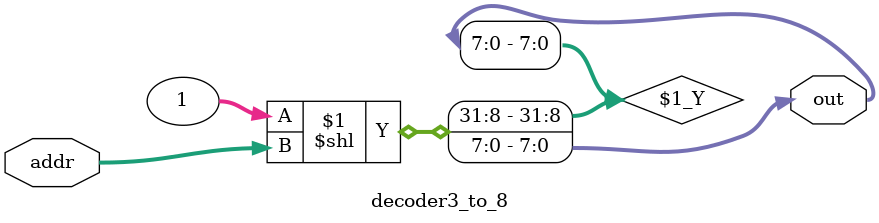
<source format=v>
module invert (input wire i, output wire o);
   assign o = !i;
endmodule

module and2 (input wire i0, i1, output wire o);
  assign o = i0 & i1;
endmodule

module or2 (input wire i0, i1, output wire o);
  assign o = i0 | i1;
endmodule

module xor2 (input wire i0, i1, output wire o);
  assign o = i0 ^ i1;
endmodule

module nand2 (input wire i0, i1, output wire o);
   wire t;
   and2 and2_0 (i0, i1, t);
   invert invert_0 (t, o);
endmodule

module nor2 (input wire i0, i1, output wire o);
   wire t;
   or2 or2_0 (i0, i1, t);
   invert invert_0 (t, o);
endmodule

module xnor2 (input wire i0, i1, output wire o);
   wire t;
   xor2 xor2_0 (i0, i1, t);
   invert invert_0 (t, o);
endmodule

module and3 (input wire i0, i1, i2, output wire o);
   wire t;
   and2 and2_0 (i0, i1, t);
   and2 and2_1 (i2, t, o);
endmodule

module or3 (input wire i0, i1, i2, output wire o);
   wire t;
   or2 or2_0 (i0, i1, t);
   or2 or2_1 (i2, t, o);
endmodule

module nor3 (input wire i0, i1, i2, output wire o);
   wire t;
   or2 or2_0 (i0, i1, t);
   nor2 nor2_0 (i2, t, o);
endmodule

module nand3 (input wire i0, i1, i2, output wire o);
   wire t;
   and2 and2_0 (i0, i1, t);
   nand2 nand2_1 (i2, t, o);
endmodule

module xor3 (input wire i0, i1, i2, output wire o);
   wire t;
   xor2 xor2_0 (i0, i1, t);
   xor2 xor2_1 (i2, t, o);
endmodule

module xnor3 (input wire i0, i1, i2, output wire o);
   wire t;
   xor2 xor2_0 (i0, i1, t);
   xnor2 xnor2_0 (i2, t, o);
endmodule

module mux2 (input wire i0, i1, j, output wire o);
  assign o = (j==0)?i0:i1;
endmodule

module mux4 (input wire [0:3] i, input wire j1, j0, output wire o);
  wire  t0, t1;
  mux2 mux2_0 (i[0], i[1], j1, t0);
  mux2 mux2_1 (i[2], i[3], j1, t1);
  mux2 mux2_2 (t0, t1, j0, o);
endmodule

module mux8 (input wire [0:7] i, input wire j2, j1, j0, output wire o);
  wire  t0, t1;
  mux4 mux4_0 (i[0:3], j2, j1, t0);
  mux4 mux4_1 (i[4:7], j2, j1, t1);
  mux2 mux2_0 (t0, t1, j0, o);
endmodule

module demux2 (input wire i, j, output wire o0, o1);
  assign o0 = (j==0)?i:1'b0;
  assign o1 = (j==1)?i:1'b0;
endmodule

module demux4 (input wire i, j1, j0, output wire [0:3] o);
  wire  t0, t1;
  demux2 demux2_0 (i, j1, t0, t1);
  demux2 demux2_1 (t0, j0, o[0], o[1]);
  demux2 demux2_2 (t1, j0, o[2], o[3]);
endmodule

module demux8 (input wire i, j2, j1, j0, output wire [0:7] o);
  wire  t0, t1;
  demux2 demux2_0 (i, j2, t0, t1);
  demux4 demux4_0 (t0, j1, j0, o[0:3]);
  demux4 demux4_1 (t1, j1, j0, o[4:7]);
endmodule

module df (input wire clk, in, output wire out);
  reg df_out;
  always@(posedge clk) df_out <= in;
  assign out = df_out;
endmodule

module dfr (input wire clk, reset, in, output wire out);
  wire reset_, df_in;
  invert invert_0 (reset, reset_);
  and2 and2_0 (in, reset_, df_in);
  df df_0 (clk, df_in, out);
endmodule

module dfrl (input wire clk, reset, load, in, output wire out);
  wire _in;
  mux2 mux2_0(out, in, load, _in);
  dfr dfr_1(clk, reset, _in, out);
endmodule

module addsub (
    input wire [7:0] a, b,
    input wire add_sub,  // 1 for subtract, 0 for add
    output wire [7:0] result,
    output wire carry_out
);
    assign {carry_out, result} = add_sub ? (a - b) : (a + b);
endmodule

module decoder3_to_8 (
    input wire [2:0] addr,
    output wire [7:0] out
);
    assign out = 1 << addr;
endmodule
</source>
